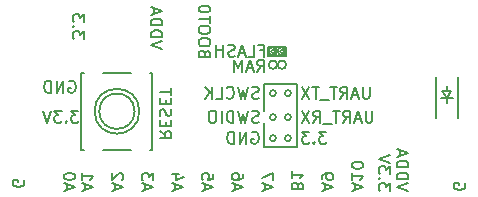
<source format=gbr>
G04 #@! TF.FileFunction,Legend,Bot*
%FSLAX46Y46*%
G04 Gerber Fmt 4.6, Leading zero omitted, Abs format (unit mm)*
G04 Created by KiCad (PCBNEW 0.201602201416+6573~42~ubuntu14.04.1-product) date mer. 24 févr. 2016 22:05:03 CET*
%MOMM*%
G01*
G04 APERTURE LIST*
%ADD10C,0.100000*%
%ADD11C,0.200000*%
%ADD12C,0.150000*%
G04 APERTURE END LIST*
D10*
D11*
X126801619Y-112934286D02*
X127277810Y-113267620D01*
X126801619Y-113505715D02*
X127801619Y-113505715D01*
X127801619Y-113124762D01*
X127754000Y-113029524D01*
X127706381Y-112981905D01*
X127611143Y-112934286D01*
X127468286Y-112934286D01*
X127373048Y-112981905D01*
X127325429Y-113029524D01*
X127277810Y-113124762D01*
X127277810Y-113505715D01*
X127325429Y-112505715D02*
X127325429Y-112172381D01*
X126801619Y-112029524D02*
X126801619Y-112505715D01*
X127801619Y-112505715D01*
X127801619Y-112029524D01*
X126849238Y-111648572D02*
X126801619Y-111505715D01*
X126801619Y-111267619D01*
X126849238Y-111172381D01*
X126896857Y-111124762D01*
X126992095Y-111077143D01*
X127087333Y-111077143D01*
X127182571Y-111124762D01*
X127230190Y-111172381D01*
X127277810Y-111267619D01*
X127325429Y-111458096D01*
X127373048Y-111553334D01*
X127420667Y-111600953D01*
X127515905Y-111648572D01*
X127611143Y-111648572D01*
X127706381Y-111600953D01*
X127754000Y-111553334D01*
X127801619Y-111458096D01*
X127801619Y-111220000D01*
X127754000Y-111077143D01*
X127325429Y-110648572D02*
X127325429Y-110315238D01*
X126801619Y-110172381D02*
X126801619Y-110648572D01*
X127801619Y-110648572D01*
X127801619Y-110172381D01*
X127801619Y-109886667D02*
X127801619Y-109315238D01*
X126801619Y-109600953D02*
X127801619Y-109600953D01*
X135191524Y-110132762D02*
X135048667Y-110180381D01*
X134810571Y-110180381D01*
X134715333Y-110132762D01*
X134667714Y-110085143D01*
X134620095Y-109989905D01*
X134620095Y-109894667D01*
X134667714Y-109799429D01*
X134715333Y-109751810D01*
X134810571Y-109704190D01*
X135001048Y-109656571D01*
X135096286Y-109608952D01*
X135143905Y-109561333D01*
X135191524Y-109466095D01*
X135191524Y-109370857D01*
X135143905Y-109275619D01*
X135096286Y-109228000D01*
X135001048Y-109180381D01*
X134762952Y-109180381D01*
X134620095Y-109228000D01*
X134286762Y-109180381D02*
X134048667Y-110180381D01*
X133858190Y-109466095D01*
X133667714Y-110180381D01*
X133429619Y-109180381D01*
X132477238Y-110085143D02*
X132524857Y-110132762D01*
X132667714Y-110180381D01*
X132762952Y-110180381D01*
X132905810Y-110132762D01*
X133001048Y-110037524D01*
X133048667Y-109942286D01*
X133096286Y-109751810D01*
X133096286Y-109608952D01*
X133048667Y-109418476D01*
X133001048Y-109323238D01*
X132905810Y-109228000D01*
X132762952Y-109180381D01*
X132667714Y-109180381D01*
X132524857Y-109228000D01*
X132477238Y-109275619D01*
X131572476Y-110180381D02*
X132048667Y-110180381D01*
X132048667Y-109180381D01*
X131239143Y-110180381D02*
X131239143Y-109180381D01*
X130667714Y-110180381D02*
X131096286Y-109608952D01*
X130667714Y-109180381D02*
X131239143Y-109751810D01*
X135191524Y-112164762D02*
X135048667Y-112212381D01*
X134810571Y-112212381D01*
X134715333Y-112164762D01*
X134667714Y-112117143D01*
X134620095Y-112021905D01*
X134620095Y-111926667D01*
X134667714Y-111831429D01*
X134715333Y-111783810D01*
X134810571Y-111736190D01*
X135001048Y-111688571D01*
X135096286Y-111640952D01*
X135143905Y-111593333D01*
X135191524Y-111498095D01*
X135191524Y-111402857D01*
X135143905Y-111307619D01*
X135096286Y-111260000D01*
X135001048Y-111212381D01*
X134762952Y-111212381D01*
X134620095Y-111260000D01*
X134286762Y-111212381D02*
X134048667Y-112212381D01*
X133858190Y-111498095D01*
X133667714Y-112212381D01*
X133429619Y-111212381D01*
X133048667Y-112212381D02*
X133048667Y-111212381D01*
X132810572Y-111212381D01*
X132667714Y-111260000D01*
X132572476Y-111355238D01*
X132524857Y-111450476D01*
X132477238Y-111640952D01*
X132477238Y-111783810D01*
X132524857Y-111974286D01*
X132572476Y-112069524D01*
X132667714Y-112164762D01*
X132810572Y-112212381D01*
X133048667Y-112212381D01*
X132048667Y-112212381D02*
X132048667Y-111212381D01*
X131382001Y-111212381D02*
X131191524Y-111212381D01*
X131096286Y-111260000D01*
X131001048Y-111355238D01*
X130953429Y-111545714D01*
X130953429Y-111879048D01*
X131001048Y-112069524D01*
X131096286Y-112164762D01*
X131191524Y-112212381D01*
X131382001Y-112212381D01*
X131477239Y-112164762D01*
X131572477Y-112069524D01*
X131620096Y-111879048D01*
X131620096Y-111545714D01*
X131572477Y-111355238D01*
X131477239Y-111260000D01*
X131382001Y-111212381D01*
X134620095Y-113038000D02*
X134715333Y-112990381D01*
X134858190Y-112990381D01*
X135001048Y-113038000D01*
X135096286Y-113133238D01*
X135143905Y-113228476D01*
X135191524Y-113418952D01*
X135191524Y-113561810D01*
X135143905Y-113752286D01*
X135096286Y-113847524D01*
X135001048Y-113942762D01*
X134858190Y-113990381D01*
X134762952Y-113990381D01*
X134620095Y-113942762D01*
X134572476Y-113895143D01*
X134572476Y-113561810D01*
X134762952Y-113561810D01*
X134143905Y-113990381D02*
X134143905Y-112990381D01*
X133572476Y-113990381D01*
X133572476Y-112990381D01*
X133096286Y-113990381D02*
X133096286Y-112990381D01*
X132858191Y-112990381D01*
X132715333Y-113038000D01*
X132620095Y-113133238D01*
X132572476Y-113228476D01*
X132524857Y-113418952D01*
X132524857Y-113561810D01*
X132572476Y-113752286D01*
X132620095Y-113847524D01*
X132715333Y-113942762D01*
X132858191Y-113990381D01*
X133096286Y-113990381D01*
X136652000Y-109728000D02*
G75*
G03X136652000Y-109728000I-254000J0D01*
G01*
X137922000Y-109728000D02*
G75*
G03X137922000Y-109728000I-254000J0D01*
G01*
X136652000Y-113538000D02*
G75*
G03X136652000Y-113538000I-254000J0D01*
G01*
X137922000Y-113538000D02*
G75*
G03X137922000Y-113538000I-254000J0D01*
G01*
X136652000Y-111760000D02*
G75*
G03X136652000Y-111760000I-254000J0D01*
G01*
X137922000Y-111760000D02*
G75*
G03X137922000Y-111760000I-254000J0D01*
G01*
X135636000Y-108966000D02*
X135636000Y-111252000D01*
X138430000Y-108966000D02*
X135636000Y-108966000D01*
X135636000Y-114300000D02*
X135636000Y-112268000D01*
X138430000Y-114300000D02*
X135636000Y-114300000D01*
X138430000Y-108966000D02*
X138430000Y-114300000D01*
X140922095Y-112990381D02*
X140303047Y-112990381D01*
X140636381Y-113371333D01*
X140493523Y-113371333D01*
X140398285Y-113418952D01*
X140350666Y-113466571D01*
X140303047Y-113561810D01*
X140303047Y-113799905D01*
X140350666Y-113895143D01*
X140398285Y-113942762D01*
X140493523Y-113990381D01*
X140779238Y-113990381D01*
X140874476Y-113942762D01*
X140922095Y-113895143D01*
X139874476Y-113895143D02*
X139826857Y-113942762D01*
X139874476Y-113990381D01*
X139922095Y-113942762D01*
X139874476Y-113895143D01*
X139874476Y-113990381D01*
X139493524Y-112990381D02*
X138874476Y-112990381D01*
X139207810Y-113371333D01*
X139064952Y-113371333D01*
X138969714Y-113418952D01*
X138922095Y-113466571D01*
X138874476Y-113561810D01*
X138874476Y-113799905D01*
X138922095Y-113895143D01*
X138969714Y-113942762D01*
X139064952Y-113990381D01*
X139350667Y-113990381D01*
X139445905Y-113942762D01*
X139493524Y-113895143D01*
X119935238Y-111212381D02*
X119316190Y-111212381D01*
X119649524Y-111593333D01*
X119506666Y-111593333D01*
X119411428Y-111640952D01*
X119363809Y-111688571D01*
X119316190Y-111783810D01*
X119316190Y-112021905D01*
X119363809Y-112117143D01*
X119411428Y-112164762D01*
X119506666Y-112212381D01*
X119792381Y-112212381D01*
X119887619Y-112164762D01*
X119935238Y-112117143D01*
X118887619Y-112117143D02*
X118840000Y-112164762D01*
X118887619Y-112212381D01*
X118935238Y-112164762D01*
X118887619Y-112117143D01*
X118887619Y-112212381D01*
X118506667Y-111212381D02*
X117887619Y-111212381D01*
X118220953Y-111593333D01*
X118078095Y-111593333D01*
X117982857Y-111640952D01*
X117935238Y-111688571D01*
X117887619Y-111783810D01*
X117887619Y-112021905D01*
X117935238Y-112117143D01*
X117982857Y-112164762D01*
X118078095Y-112212381D01*
X118363810Y-112212381D01*
X118459048Y-112164762D01*
X118506667Y-112117143D01*
X117601905Y-111212381D02*
X117268572Y-112212381D01*
X116935238Y-111212381D01*
X115308000Y-117094095D02*
X115355619Y-117189333D01*
X115355619Y-117332190D01*
X115308000Y-117475048D01*
X115212762Y-117570286D01*
X115117524Y-117617905D01*
X114927048Y-117665524D01*
X114784190Y-117665524D01*
X114593714Y-117617905D01*
X114498476Y-117570286D01*
X114403238Y-117475048D01*
X114355619Y-117332190D01*
X114355619Y-117236952D01*
X114403238Y-117094095D01*
X114450857Y-117046476D01*
X114784190Y-117046476D01*
X114784190Y-117236952D01*
X152646000Y-117348095D02*
X152693619Y-117443333D01*
X152693619Y-117586190D01*
X152646000Y-117729048D01*
X152550762Y-117824286D01*
X152455524Y-117871905D01*
X152265048Y-117919524D01*
X152122190Y-117919524D01*
X151931714Y-117871905D01*
X151836476Y-117824286D01*
X151741238Y-117729048D01*
X151693619Y-117586190D01*
X151693619Y-117490952D01*
X151741238Y-117348095D01*
X151788857Y-117300476D01*
X152122190Y-117300476D01*
X152122190Y-117490952D01*
X143343333Y-117919524D02*
X143343333Y-117443333D01*
X143057619Y-118014762D02*
X144057619Y-117681429D01*
X143057619Y-117348095D01*
X143057619Y-116490952D02*
X143057619Y-117062381D01*
X143057619Y-116776667D02*
X144057619Y-116776667D01*
X143914762Y-116871905D01*
X143819524Y-116967143D01*
X143771905Y-117062381D01*
X144057619Y-115871905D02*
X144057619Y-115776666D01*
X144010000Y-115681428D01*
X143962381Y-115633809D01*
X143867143Y-115586190D01*
X143676667Y-115538571D01*
X143438571Y-115538571D01*
X143248095Y-115586190D01*
X143152857Y-115633809D01*
X143105238Y-115681428D01*
X143057619Y-115776666D01*
X143057619Y-115871905D01*
X143105238Y-115967143D01*
X143152857Y-116014762D01*
X143248095Y-116062381D01*
X143438571Y-116110000D01*
X143676667Y-116110000D01*
X143867143Y-116062381D01*
X143962381Y-116014762D01*
X144010000Y-115967143D01*
X144057619Y-115871905D01*
X138501429Y-117538571D02*
X138453810Y-117395714D01*
X138406190Y-117348095D01*
X138310952Y-117300476D01*
X138168095Y-117300476D01*
X138072857Y-117348095D01*
X138025238Y-117395714D01*
X137977619Y-117490952D01*
X137977619Y-117871905D01*
X138977619Y-117871905D01*
X138977619Y-117538571D01*
X138930000Y-117443333D01*
X138882381Y-117395714D01*
X138787143Y-117348095D01*
X138691905Y-117348095D01*
X138596667Y-117395714D01*
X138549048Y-117443333D01*
X138501429Y-117538571D01*
X138501429Y-117871905D01*
X137977619Y-116348095D02*
X137977619Y-116919524D01*
X137977619Y-116633810D02*
X138977619Y-116633810D01*
X138834762Y-116729048D01*
X138739524Y-116824286D01*
X138691905Y-116919524D01*
X146343619Y-117967143D02*
X146343619Y-117348095D01*
X145962667Y-117681429D01*
X145962667Y-117538571D01*
X145915048Y-117443333D01*
X145867429Y-117395714D01*
X145772190Y-117348095D01*
X145534095Y-117348095D01*
X145438857Y-117395714D01*
X145391238Y-117443333D01*
X145343619Y-117538571D01*
X145343619Y-117824286D01*
X145391238Y-117919524D01*
X145438857Y-117967143D01*
X145438857Y-116919524D02*
X145391238Y-116871905D01*
X145343619Y-116919524D01*
X145391238Y-116967143D01*
X145438857Y-116919524D01*
X145343619Y-116919524D01*
X146343619Y-116538572D02*
X146343619Y-115919524D01*
X145962667Y-116252858D01*
X145962667Y-116110000D01*
X145915048Y-116014762D01*
X145867429Y-115967143D01*
X145772190Y-115919524D01*
X145534095Y-115919524D01*
X145438857Y-115967143D01*
X145391238Y-116014762D01*
X145343619Y-116110000D01*
X145343619Y-116395715D01*
X145391238Y-116490953D01*
X145438857Y-116538572D01*
X146343619Y-115633810D02*
X145343619Y-115300477D01*
X146343619Y-114967143D01*
X135318571Y-106100571D02*
X135651905Y-106100571D01*
X135651905Y-106624381D02*
X135651905Y-105624381D01*
X135175714Y-105624381D01*
X134318571Y-106624381D02*
X134794762Y-106624381D01*
X134794762Y-105624381D01*
X134032857Y-106338667D02*
X133556666Y-106338667D01*
X134128095Y-106624381D02*
X133794762Y-105624381D01*
X133461428Y-106624381D01*
X133175714Y-106576762D02*
X133032857Y-106624381D01*
X132794761Y-106624381D01*
X132699523Y-106576762D01*
X132651904Y-106529143D01*
X132604285Y-106433905D01*
X132604285Y-106338667D01*
X132651904Y-106243429D01*
X132699523Y-106195810D01*
X132794761Y-106148190D01*
X132985238Y-106100571D01*
X133080476Y-106052952D01*
X133128095Y-106005333D01*
X133175714Y-105910095D01*
X133175714Y-105814857D01*
X133128095Y-105719619D01*
X133080476Y-105672000D01*
X132985238Y-105624381D01*
X132747142Y-105624381D01*
X132604285Y-105672000D01*
X132175714Y-106624381D02*
X132175714Y-105624381D01*
X132175714Y-106100571D02*
X131604285Y-106100571D01*
X131604285Y-106624381D02*
X131604285Y-105624381D01*
X128103333Y-117919524D02*
X128103333Y-117443333D01*
X127817619Y-118014762D02*
X128817619Y-117681429D01*
X127817619Y-117348095D01*
X128484286Y-116586190D02*
X127817619Y-116586190D01*
X128865238Y-116824286D02*
X128150952Y-117062381D01*
X128150952Y-116443333D01*
X135723333Y-117919524D02*
X135723333Y-117443333D01*
X135437619Y-118014762D02*
X136437619Y-117681429D01*
X135437619Y-117348095D01*
X136437619Y-117110000D02*
X136437619Y-116443333D01*
X135437619Y-116871905D01*
X123023333Y-117919524D02*
X123023333Y-117443333D01*
X122737619Y-118014762D02*
X123737619Y-117681429D01*
X122737619Y-117348095D01*
X123642381Y-117062381D02*
X123690000Y-117014762D01*
X123737619Y-116919524D01*
X123737619Y-116681428D01*
X123690000Y-116586190D01*
X123642381Y-116538571D01*
X123547143Y-116490952D01*
X123451905Y-116490952D01*
X123309048Y-116538571D01*
X122737619Y-117110000D01*
X122737619Y-116490952D01*
X147867619Y-118014762D02*
X146867619Y-117681429D01*
X147867619Y-117348095D01*
X146867619Y-117014762D02*
X147867619Y-117014762D01*
X147867619Y-116776667D01*
X147820000Y-116633809D01*
X147724762Y-116538571D01*
X147629524Y-116490952D01*
X147439048Y-116443333D01*
X147296190Y-116443333D01*
X147105714Y-116490952D01*
X147010476Y-116538571D01*
X146915238Y-116633809D01*
X146867619Y-116776667D01*
X146867619Y-117014762D01*
X146867619Y-116014762D02*
X147867619Y-116014762D01*
X147867619Y-115776667D01*
X147820000Y-115633809D01*
X147724762Y-115538571D01*
X147629524Y-115490952D01*
X147439048Y-115443333D01*
X147296190Y-115443333D01*
X147105714Y-115490952D01*
X147010476Y-115538571D01*
X146915238Y-115633809D01*
X146867619Y-115776667D01*
X146867619Y-116014762D01*
X147153333Y-115062381D02*
X147153333Y-114586190D01*
X146867619Y-115157619D02*
X147867619Y-114824286D01*
X146867619Y-114490952D01*
X140803333Y-117919524D02*
X140803333Y-117443333D01*
X140517619Y-118014762D02*
X141517619Y-117681429D01*
X140517619Y-117348095D01*
X140517619Y-116967143D02*
X140517619Y-116776667D01*
X140565238Y-116681428D01*
X140612857Y-116633809D01*
X140755714Y-116538571D01*
X140946190Y-116490952D01*
X141327143Y-116490952D01*
X141422381Y-116538571D01*
X141470000Y-116586190D01*
X141517619Y-116681428D01*
X141517619Y-116871905D01*
X141470000Y-116967143D01*
X141422381Y-117014762D01*
X141327143Y-117062381D01*
X141089048Y-117062381D01*
X140993810Y-117014762D01*
X140946190Y-116967143D01*
X140898571Y-116871905D01*
X140898571Y-116681428D01*
X140946190Y-116586190D01*
X140993810Y-116538571D01*
X141089048Y-116490952D01*
X133183333Y-117919524D02*
X133183333Y-117443333D01*
X132897619Y-118014762D02*
X133897619Y-117681429D01*
X132897619Y-117348095D01*
X133897619Y-116586190D02*
X133897619Y-116776667D01*
X133850000Y-116871905D01*
X133802381Y-116919524D01*
X133659524Y-117014762D01*
X133469048Y-117062381D01*
X133088095Y-117062381D01*
X132992857Y-117014762D01*
X132945238Y-116967143D01*
X132897619Y-116871905D01*
X132897619Y-116681428D01*
X132945238Y-116586190D01*
X132992857Y-116538571D01*
X133088095Y-116490952D01*
X133326190Y-116490952D01*
X133421429Y-116538571D01*
X133469048Y-116586190D01*
X133516667Y-116681428D01*
X133516667Y-116871905D01*
X133469048Y-116967143D01*
X133421429Y-117014762D01*
X133326190Y-117062381D01*
X130643333Y-117919524D02*
X130643333Y-117443333D01*
X130357619Y-118014762D02*
X131357619Y-117681429D01*
X130357619Y-117348095D01*
X131357619Y-116538571D02*
X131357619Y-117014762D01*
X130881429Y-117062381D01*
X130929048Y-117014762D01*
X130976667Y-116919524D01*
X130976667Y-116681428D01*
X130929048Y-116586190D01*
X130881429Y-116538571D01*
X130786190Y-116490952D01*
X130548095Y-116490952D01*
X130452857Y-116538571D01*
X130405238Y-116586190D01*
X130357619Y-116681428D01*
X130357619Y-116919524D01*
X130405238Y-117014762D01*
X130452857Y-117062381D01*
X125563333Y-117919524D02*
X125563333Y-117443333D01*
X125277619Y-118014762D02*
X126277619Y-117681429D01*
X125277619Y-117348095D01*
X126277619Y-117110000D02*
X126277619Y-116490952D01*
X125896667Y-116824286D01*
X125896667Y-116681428D01*
X125849048Y-116586190D01*
X125801429Y-116538571D01*
X125706190Y-116490952D01*
X125468095Y-116490952D01*
X125372857Y-116538571D01*
X125325238Y-116586190D01*
X125277619Y-116681428D01*
X125277619Y-116967143D01*
X125325238Y-117062381D01*
X125372857Y-117110000D01*
X120483333Y-117919524D02*
X120483333Y-117443333D01*
X120197619Y-118014762D02*
X121197619Y-117681429D01*
X120197619Y-117348095D01*
X120197619Y-116490952D02*
X120197619Y-117062381D01*
X120197619Y-116776667D02*
X121197619Y-116776667D01*
X121054762Y-116871905D01*
X120959524Y-116967143D01*
X120911905Y-117062381D01*
X118959333Y-117919524D02*
X118959333Y-117443333D01*
X118673619Y-118014762D02*
X119673619Y-117681429D01*
X118673619Y-117348095D01*
X119673619Y-116824286D02*
X119673619Y-116729047D01*
X119626000Y-116633809D01*
X119578381Y-116586190D01*
X119483143Y-116538571D01*
X119292667Y-116490952D01*
X119054571Y-116490952D01*
X118864095Y-116538571D01*
X118768857Y-116586190D01*
X118721238Y-116633809D01*
X118673619Y-116729047D01*
X118673619Y-116824286D01*
X118721238Y-116919524D01*
X118768857Y-116967143D01*
X118864095Y-117014762D01*
X119054571Y-117062381D01*
X119292667Y-117062381D01*
X119483143Y-117014762D01*
X119578381Y-116967143D01*
X119626000Y-116919524D01*
X119673619Y-116824286D01*
X120435619Y-105108095D02*
X120435619Y-104489047D01*
X120054667Y-104822381D01*
X120054667Y-104679523D01*
X120007048Y-104584285D01*
X119959429Y-104536666D01*
X119864190Y-104489047D01*
X119626095Y-104489047D01*
X119530857Y-104536666D01*
X119483238Y-104584285D01*
X119435619Y-104679523D01*
X119435619Y-104965238D01*
X119483238Y-105060476D01*
X119530857Y-105108095D01*
X119530857Y-104060476D02*
X119483238Y-104012857D01*
X119435619Y-104060476D01*
X119483238Y-104108095D01*
X119530857Y-104060476D01*
X119435619Y-104060476D01*
X120435619Y-103679524D02*
X120435619Y-103060476D01*
X120054667Y-103393810D01*
X120054667Y-103250952D01*
X120007048Y-103155714D01*
X119959429Y-103108095D01*
X119864190Y-103060476D01*
X119626095Y-103060476D01*
X119530857Y-103108095D01*
X119483238Y-103155714D01*
X119435619Y-103250952D01*
X119435619Y-103536667D01*
X119483238Y-103631905D01*
X119530857Y-103679524D01*
X136577605Y-106172000D02*
G75*
G03X136577605Y-106172000I-179605J0D01*
G01*
X137339605Y-106172000D02*
G75*
G03X137339605Y-106172000I-179605J0D01*
G01*
X136017000Y-105791000D02*
X137541000Y-105791000D01*
X136017000Y-106553000D02*
X136017000Y-105791000D01*
X137541000Y-106553000D02*
X136017000Y-106553000D01*
X137541000Y-105791000D02*
X137541000Y-106553000D01*
X136757210Y-106172000D02*
G75*
G03X136757210Y-106172000I-359210J0D01*
G01*
X137519210Y-106172000D02*
G75*
G03X137519210Y-106172000I-359210J0D01*
G01*
X137519210Y-107315000D02*
G75*
G03X137519210Y-107315000I-359210J0D01*
G01*
X136757210Y-107315000D02*
G75*
G03X136757210Y-107315000I-359210J0D01*
G01*
X135080476Y-107894381D02*
X135413810Y-107418190D01*
X135651905Y-107894381D02*
X135651905Y-106894381D01*
X135270952Y-106894381D01*
X135175714Y-106942000D01*
X135128095Y-106989619D01*
X135080476Y-107084857D01*
X135080476Y-107227714D01*
X135128095Y-107322952D01*
X135175714Y-107370571D01*
X135270952Y-107418190D01*
X135651905Y-107418190D01*
X134699524Y-107608667D02*
X134223333Y-107608667D01*
X134794762Y-107894381D02*
X134461429Y-106894381D01*
X134128095Y-107894381D01*
X133794762Y-107894381D02*
X133794762Y-106894381D01*
X133461428Y-107608667D01*
X133128095Y-106894381D01*
X133128095Y-107894381D01*
X130627429Y-106362571D02*
X130579810Y-106219714D01*
X130532190Y-106172095D01*
X130436952Y-106124476D01*
X130294095Y-106124476D01*
X130198857Y-106172095D01*
X130151238Y-106219714D01*
X130103619Y-106314952D01*
X130103619Y-106695905D01*
X131103619Y-106695905D01*
X131103619Y-106362571D01*
X131056000Y-106267333D01*
X131008381Y-106219714D01*
X130913143Y-106172095D01*
X130817905Y-106172095D01*
X130722667Y-106219714D01*
X130675048Y-106267333D01*
X130627429Y-106362571D01*
X130627429Y-106695905D01*
X131103619Y-105505429D02*
X131103619Y-105314952D01*
X131056000Y-105219714D01*
X130960762Y-105124476D01*
X130770286Y-105076857D01*
X130436952Y-105076857D01*
X130246476Y-105124476D01*
X130151238Y-105219714D01*
X130103619Y-105314952D01*
X130103619Y-105505429D01*
X130151238Y-105600667D01*
X130246476Y-105695905D01*
X130436952Y-105743524D01*
X130770286Y-105743524D01*
X130960762Y-105695905D01*
X131056000Y-105600667D01*
X131103619Y-105505429D01*
X131103619Y-104457810D02*
X131103619Y-104267333D01*
X131056000Y-104172095D01*
X130960762Y-104076857D01*
X130770286Y-104029238D01*
X130436952Y-104029238D01*
X130246476Y-104076857D01*
X130151238Y-104172095D01*
X130103619Y-104267333D01*
X130103619Y-104457810D01*
X130151238Y-104553048D01*
X130246476Y-104648286D01*
X130436952Y-104695905D01*
X130770286Y-104695905D01*
X130960762Y-104648286D01*
X131056000Y-104553048D01*
X131103619Y-104457810D01*
X131103619Y-103743524D02*
X131103619Y-103172095D01*
X130103619Y-103457810D02*
X131103619Y-103457810D01*
X131103619Y-102648286D02*
X131103619Y-102553047D01*
X131056000Y-102457809D01*
X131008381Y-102410190D01*
X130913143Y-102362571D01*
X130722667Y-102314952D01*
X130484571Y-102314952D01*
X130294095Y-102362571D01*
X130198857Y-102410190D01*
X130151238Y-102457809D01*
X130103619Y-102553047D01*
X130103619Y-102648286D01*
X130151238Y-102743524D01*
X130198857Y-102791143D01*
X130294095Y-102838762D01*
X130484571Y-102886381D01*
X130722667Y-102886381D01*
X130913143Y-102838762D01*
X131008381Y-102791143D01*
X131056000Y-102743524D01*
X131103619Y-102648286D01*
X127039619Y-105981048D02*
X126039619Y-105647715D01*
X127039619Y-105314381D01*
X126039619Y-104981048D02*
X127039619Y-104981048D01*
X127039619Y-104742953D01*
X126992000Y-104600095D01*
X126896762Y-104504857D01*
X126801524Y-104457238D01*
X126611048Y-104409619D01*
X126468190Y-104409619D01*
X126277714Y-104457238D01*
X126182476Y-104504857D01*
X126087238Y-104600095D01*
X126039619Y-104742953D01*
X126039619Y-104981048D01*
X126039619Y-103981048D02*
X127039619Y-103981048D01*
X127039619Y-103742953D01*
X126992000Y-103600095D01*
X126896762Y-103504857D01*
X126801524Y-103457238D01*
X126611048Y-103409619D01*
X126468190Y-103409619D01*
X126277714Y-103457238D01*
X126182476Y-103504857D01*
X126087238Y-103600095D01*
X126039619Y-103742953D01*
X126039619Y-103981048D01*
X126325333Y-103028667D02*
X126325333Y-102552476D01*
X126039619Y-103123905D02*
X127039619Y-102790572D01*
X126039619Y-102457238D01*
X144826858Y-111212381D02*
X144826858Y-112021905D01*
X144779239Y-112117143D01*
X144731620Y-112164762D01*
X144636382Y-112212381D01*
X144445905Y-112212381D01*
X144350667Y-112164762D01*
X144303048Y-112117143D01*
X144255429Y-112021905D01*
X144255429Y-111212381D01*
X143826858Y-111926667D02*
X143350667Y-111926667D01*
X143922096Y-112212381D02*
X143588763Y-111212381D01*
X143255429Y-112212381D01*
X142350667Y-112212381D02*
X142684001Y-111736190D01*
X142922096Y-112212381D02*
X142922096Y-111212381D01*
X142541143Y-111212381D01*
X142445905Y-111260000D01*
X142398286Y-111307619D01*
X142350667Y-111402857D01*
X142350667Y-111545714D01*
X142398286Y-111640952D01*
X142445905Y-111688571D01*
X142541143Y-111736190D01*
X142922096Y-111736190D01*
X142064953Y-111212381D02*
X141493524Y-111212381D01*
X141779239Y-112212381D02*
X141779239Y-111212381D01*
X141398286Y-112307619D02*
X140636381Y-112307619D01*
X139826857Y-112212381D02*
X140160191Y-111736190D01*
X140398286Y-112212381D02*
X140398286Y-111212381D01*
X140017333Y-111212381D01*
X139922095Y-111260000D01*
X139874476Y-111307619D01*
X139826857Y-111402857D01*
X139826857Y-111545714D01*
X139874476Y-111640952D01*
X139922095Y-111688571D01*
X140017333Y-111736190D01*
X140398286Y-111736190D01*
X139493524Y-111212381D02*
X138826857Y-112212381D01*
X138826857Y-111212381D02*
X139493524Y-112212381D01*
X144588763Y-109180381D02*
X144588763Y-109989905D01*
X144541144Y-110085143D01*
X144493525Y-110132762D01*
X144398287Y-110180381D01*
X144207810Y-110180381D01*
X144112572Y-110132762D01*
X144064953Y-110085143D01*
X144017334Y-109989905D01*
X144017334Y-109180381D01*
X143588763Y-109894667D02*
X143112572Y-109894667D01*
X143684001Y-110180381D02*
X143350668Y-109180381D01*
X143017334Y-110180381D01*
X142112572Y-110180381D02*
X142445906Y-109704190D01*
X142684001Y-110180381D02*
X142684001Y-109180381D01*
X142303048Y-109180381D01*
X142207810Y-109228000D01*
X142160191Y-109275619D01*
X142112572Y-109370857D01*
X142112572Y-109513714D01*
X142160191Y-109608952D01*
X142207810Y-109656571D01*
X142303048Y-109704190D01*
X142684001Y-109704190D01*
X141826858Y-109180381D02*
X141255429Y-109180381D01*
X141541144Y-110180381D02*
X141541144Y-109180381D01*
X141160191Y-110275619D02*
X140398286Y-110275619D01*
X140303048Y-109180381D02*
X139731619Y-109180381D01*
X140017334Y-110180381D02*
X140017334Y-109180381D01*
X139493524Y-109180381D02*
X138826857Y-110180381D01*
X138826857Y-109180381D02*
X139493524Y-110180381D01*
X119125904Y-108720000D02*
X119221142Y-108672381D01*
X119363999Y-108672381D01*
X119506857Y-108720000D01*
X119602095Y-108815238D01*
X119649714Y-108910476D01*
X119697333Y-109100952D01*
X119697333Y-109243810D01*
X119649714Y-109434286D01*
X119602095Y-109529524D01*
X119506857Y-109624762D01*
X119363999Y-109672381D01*
X119268761Y-109672381D01*
X119125904Y-109624762D01*
X119078285Y-109577143D01*
X119078285Y-109243810D01*
X119268761Y-109243810D01*
X118649714Y-109672381D02*
X118649714Y-108672381D01*
X118078285Y-109672381D01*
X118078285Y-108672381D01*
X117602095Y-109672381D02*
X117602095Y-108672381D01*
X117364000Y-108672381D01*
X117221142Y-108720000D01*
X117125904Y-108815238D01*
X117078285Y-108910476D01*
X117030666Y-109100952D01*
X117030666Y-109243810D01*
X117078285Y-109434286D01*
X117125904Y-109529524D01*
X117221142Y-109624762D01*
X117364000Y-109672381D01*
X117602095Y-109672381D01*
D12*
X120190000Y-114500000D02*
X120390000Y-114500000D01*
X126190000Y-114500000D02*
X125990000Y-114500000D01*
X126190000Y-108000000D02*
X125990000Y-108000000D01*
X120190000Y-108000000D02*
X120390000Y-108000000D01*
X121990000Y-108000000D02*
X124390000Y-108000000D01*
X121990000Y-114500000D02*
X124390000Y-114500000D01*
X120190000Y-114500000D02*
X120190000Y-108000000D01*
X126190000Y-108000000D02*
X126190000Y-114500000D01*
X125090000Y-111250000D02*
G75*
G03X125090000Y-111250000I-1900000J0D01*
G01*
X124690000Y-111250000D02*
G75*
G03X124690000Y-111250000I-1500000J0D01*
G01*
X151130000Y-109537500D02*
X151130000Y-109156500D01*
X151130000Y-110553500D02*
X151130000Y-110172500D01*
X151130000Y-110172500D02*
X151511000Y-109537500D01*
X151511000Y-109537500D02*
X150749000Y-109537500D01*
X150749000Y-109537500D02*
X151130000Y-110172500D01*
X151638000Y-110172500D02*
X150622000Y-110172500D01*
X150230000Y-111855000D02*
X150230000Y-108315000D01*
X152030000Y-111855000D02*
X152030000Y-108315000D01*
M02*

</source>
